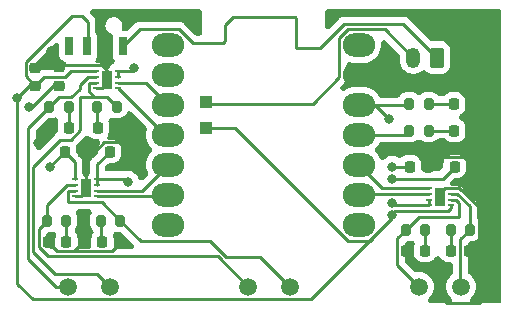
<source format=gbr>
%TF.GenerationSoftware,KiCad,Pcbnew,(7.0.0)*%
%TF.CreationDate,2023-02-21T16:48:07-06:00*%
%TF.ProjectId,stick-and-slip_v1,73746963-6b2d-4616-9e64-2d736c69705f,rev?*%
%TF.SameCoordinates,Original*%
%TF.FileFunction,Copper,L1,Top*%
%TF.FilePolarity,Positive*%
%FSLAX46Y46*%
G04 Gerber Fmt 4.6, Leading zero omitted, Abs format (unit mm)*
G04 Created by KiCad (PCBNEW (7.0.0)) date 2023-02-21 16:48:07*
%MOMM*%
%LPD*%
G01*
G04 APERTURE LIST*
G04 Aperture macros list*
%AMRoundRect*
0 Rectangle with rounded corners*
0 $1 Rounding radius*
0 $2 $3 $4 $5 $6 $7 $8 $9 X,Y pos of 4 corners*
0 Add a 4 corners polygon primitive as box body*
4,1,4,$2,$3,$4,$5,$6,$7,$8,$9,$2,$3,0*
0 Add four circle primitives for the rounded corners*
1,1,$1+$1,$2,$3*
1,1,$1+$1,$4,$5*
1,1,$1+$1,$6,$7*
1,1,$1+$1,$8,$9*
0 Add four rect primitives between the rounded corners*
20,1,$1+$1,$2,$3,$4,$5,0*
20,1,$1+$1,$4,$5,$6,$7,0*
20,1,$1+$1,$6,$7,$8,$9,0*
20,1,$1+$1,$8,$9,$2,$3,0*%
G04 Aperture macros list end*
%TA.AperFunction,SMDPad,CuDef*%
%ADD10R,1.000000X1.000000*%
%TD*%
%TA.AperFunction,SMDPad,CuDef*%
%ADD11RoundRect,1.000000X-0.375000X0.000000X0.375000X0.000000X0.375000X0.000000X-0.375000X0.000000X0*%
%TD*%
%TA.AperFunction,SMDPad,CuDef*%
%ADD12C,1.500000*%
%TD*%
%TA.AperFunction,SMDPad,CuDef*%
%ADD13R,0.700000X1.500000*%
%TD*%
%TA.AperFunction,SMDPad,CuDef*%
%ADD14RoundRect,0.218750X0.218750X0.256250X-0.218750X0.256250X-0.218750X-0.256250X0.218750X-0.256250X0*%
%TD*%
%TA.AperFunction,SMDPad,CuDef*%
%ADD15R,0.500000X0.250000*%
%TD*%
%TA.AperFunction,SMDPad,CuDef*%
%ADD16R,0.900000X1.600000*%
%TD*%
%TA.AperFunction,SMDPad,CuDef*%
%ADD17RoundRect,0.200000X-0.200000X-0.275000X0.200000X-0.275000X0.200000X0.275000X-0.200000X0.275000X0*%
%TD*%
%TA.AperFunction,SMDPad,CuDef*%
%ADD18RoundRect,0.200000X0.200000X0.275000X-0.200000X0.275000X-0.200000X-0.275000X0.200000X-0.275000X0*%
%TD*%
%TA.AperFunction,ComponentPad*%
%ADD19O,1.200000X1.750000*%
%TD*%
%TA.AperFunction,ComponentPad*%
%ADD20RoundRect,0.250000X0.350000X0.625000X-0.350000X0.625000X-0.350000X-0.625000X0.350000X-0.625000X0*%
%TD*%
%TA.AperFunction,SMDPad,CuDef*%
%ADD21RoundRect,0.218750X-0.218750X-0.256250X0.218750X-0.256250X0.218750X0.256250X-0.218750X0.256250X0*%
%TD*%
%TA.AperFunction,SMDPad,CuDef*%
%ADD22RoundRect,0.225000X0.250000X-0.225000X0.250000X0.225000X-0.250000X0.225000X-0.250000X-0.225000X0*%
%TD*%
%TA.AperFunction,SMDPad,CuDef*%
%ADD23RoundRect,0.225000X-0.225000X-0.250000X0.225000X-0.250000X0.225000X0.250000X-0.225000X0.250000X0*%
%TD*%
%TA.AperFunction,ViaPad*%
%ADD24C,0.800000*%
%TD*%
%TA.AperFunction,Conductor*%
%ADD25C,0.250000*%
%TD*%
G04 APERTURE END LIST*
D10*
%TO.P,J4,1,Pin_1*%
%TO.N,-BATT*%
X49529999Y-56514999D03*
%TD*%
%TO.P,J3,1,Pin_1*%
%TO.N,+BATT*%
X49529999Y-58673999D03*
%TD*%
D11*
%TO.P,U1,7,PB08_A6_D6_TX*%
%TO.N,unconnected-(U1-PB08_A6_D6_TX-Pad7)*%
X46321000Y-66913250D03*
%TO.P,U1,6,PA9_A5_D5_SCL*%
%TO.N,/motor-driver-2b*%
X46321000Y-64373250D03*
%TO.P,U1,5,PA8_A4_D4_SDA*%
%TO.N,/motor-driver-2a*%
X46321000Y-61833250D03*
%TO.P,U1,4,PA11_A3_D3*%
%TO.N,/motor-driver-3b*%
X46321000Y-59293250D03*
%TO.P,U1,3,PA10_A2_D2*%
%TO.N,/motor-driver-3a*%
X46321000Y-56753250D03*
%TO.P,U1,2,PA4_A1_D1*%
%TO.N,unconnected-(U1-PA4_A1_D1-Pad2)*%
X46321000Y-54213250D03*
%TO.P,U1,1,PA02_A0_D0*%
%TO.N,unconnected-(U1-PA02_A0_D0-Pad1)*%
X46321000Y-51673250D03*
%TO.P,U1,8,PB09_A7_D7_RX*%
%TO.N,unconnected-(U1-PB09_A7_D7_RX-Pad8)*%
X62486000Y-66913250D03*
%TO.P,U1,9,PA7_A8_D8_SCK*%
%TO.N,/motor-driver-1b*%
X62486000Y-64373250D03*
%TO.P,U1,10,PA5_A9_D9_MISO*%
%TO.N,/motor-driver-1a*%
X62486000Y-61833250D03*
%TO.P,U1,11,PA6_A10_D10_MOSI*%
%TO.N,/BLE-indicator-pin*%
X62486000Y-59293250D03*
%TO.P,U1,12,3V3*%
%TO.N,+3.3V*%
X62486000Y-56753250D03*
%TO.P,U1,13,GND*%
%TO.N,GND*%
X62486000Y-54213250D03*
%TO.P,U1,14,5V*%
%TO.N,unconnected-(U1-5V-Pad14)*%
X62486000Y-51673250D03*
%TD*%
D12*
%TO.P,J1,1,Pin_1*%
%TO.N,/motor-1-green-indicator-led*%
X67570000Y-72136000D03*
%TD*%
D13*
%TO.P,S1,3,3*%
%TO.N,unconnected-(S1-Pad3)*%
X37968999Y-51787999D03*
%TO.P,S1,2,2*%
%TO.N,+BATT*%
X39468999Y-51787999D03*
%TO.P,S1,1,1*%
%TO.N,Net-(J9-Pin_1)*%
X42468999Y-51787999D03*
%TD*%
D14*
%TO.P,D8,1,K*%
%TO.N,GND*%
X41961000Y-58674000D03*
%TO.P,D8,2,A*%
%TO.N,Net-(D8-A)*%
X40386000Y-58674000D03*
%TD*%
D15*
%TO.P,U4,1,VM*%
%TO.N,+BATT*%
X40197999Y-53859999D03*
%TO.P,U4,2,OUT1*%
%TO.N,/motor-3-green-indicator-led*%
X40197999Y-54359999D03*
%TO.P,U4,3,OUT2*%
%TO.N,/motor-3-red-indicator-led*%
X40197999Y-54859999D03*
%TO.P,U4,4,GND*%
%TO.N,GND*%
X40197999Y-55359999D03*
%TO.P,U4,5,IN2*%
%TO.N,/motor-driver-3b*%
X42097999Y-55359999D03*
%TO.P,U4,6,IN1*%
%TO.N,/motor-driver-3a*%
X42097999Y-54859999D03*
%TO.P,U4,7,~{SLEEP}*%
%TO.N,+3.3V*%
X42097999Y-54359999D03*
%TO.P,U4,8,VCC*%
X42097999Y-53859999D03*
D16*
%TO.P,U4,9,GND*%
%TO.N,GND*%
X41147999Y-54609999D03*
%TD*%
D15*
%TO.P,U3,1,VM*%
%TO.N,+BATT*%
X38419999Y-63003999D03*
%TO.P,U3,2,OUT1*%
%TO.N,/motor-2-green-indicator-led*%
X38419999Y-63503999D03*
%TO.P,U3,3,OUT2*%
%TO.N,/motor-2-red-indicator-led*%
X38419999Y-64003999D03*
%TO.P,U3,4,GND*%
%TO.N,GND*%
X38419999Y-64503999D03*
%TO.P,U3,5,IN2*%
%TO.N,/motor-driver-2b*%
X40319999Y-64503999D03*
%TO.P,U3,6,IN1*%
%TO.N,/motor-driver-2a*%
X40319999Y-64003999D03*
%TO.P,U3,7,~{SLEEP}*%
%TO.N,+3.3V*%
X40319999Y-63503999D03*
%TO.P,U3,8,VCC*%
X40319999Y-63003999D03*
D16*
%TO.P,U3,9,GND*%
%TO.N,GND*%
X39369999Y-63753999D03*
%TD*%
D15*
%TO.P,U2,1,VM*%
%TO.N,+BATT*%
X70291999Y-65265999D03*
%TO.P,U2,2,OUT1*%
%TO.N,/motor-1-green-indicator-led*%
X70291999Y-64765999D03*
%TO.P,U2,3,OUT2*%
%TO.N,/motor-1-red-indicator-led*%
X70291999Y-64265999D03*
%TO.P,U2,4,GND*%
%TO.N,GND*%
X70291999Y-63765999D03*
%TO.P,U2,5,IN2*%
%TO.N,/motor-driver-1a*%
X68391999Y-63765999D03*
%TO.P,U2,6,IN1*%
%TO.N,/motor-driver-1b*%
X68391999Y-64265999D03*
%TO.P,U2,7,~{SLEEP}*%
%TO.N,+3.3V*%
X68391999Y-64765999D03*
%TO.P,U2,8,VCC*%
X68391999Y-65265999D03*
D16*
%TO.P,U2,9,GND*%
%TO.N,GND*%
X69341999Y-64515999D03*
%TD*%
D17*
%TO.P,R8,1*%
%TO.N,Net-(D8-A)*%
X40311000Y-56896000D03*
%TO.P,R8,2*%
%TO.N,/motor-3-red-indicator-led*%
X41961000Y-56896000D03*
%TD*%
D18*
%TO.P,R7,1*%
%TO.N,Net-(D7-A)*%
X37897000Y-56896000D03*
%TO.P,R7,2*%
%TO.N,/motor-3-green-indicator-led*%
X36247000Y-56896000D03*
%TD*%
D17*
%TO.P,R6,2*%
%TO.N,/motor-2-red-indicator-led*%
X42290000Y-66548000D03*
%TO.P,R6,1*%
%TO.N,Net-(D6-A)*%
X40640000Y-66548000D03*
%TD*%
D18*
%TO.P,R5,1*%
%TO.N,Net-(D5-A)*%
X37718000Y-66548000D03*
%TO.P,R5,2*%
%TO.N,/motor-2-green-indicator-led*%
X36068000Y-66548000D03*
%TD*%
D17*
%TO.P,R4,2*%
%TO.N,/motor-1-red-indicator-led*%
X71882000Y-67310000D03*
%TO.P,R4,1*%
%TO.N,Net-(D4-A)*%
X70232000Y-67310000D03*
%TD*%
D18*
%TO.P,R3,1*%
%TO.N,Net-(D3-A)*%
X68072000Y-67310000D03*
%TO.P,R3,2*%
%TO.N,/motor-1-green-indicator-led*%
X66422000Y-67310000D03*
%TD*%
%TO.P,R2,2*%
%TO.N,/BLE-indicator-pin*%
X66727000Y-58928000D03*
%TO.P,R2,1*%
%TO.N,Net-(D2-A)*%
X68377000Y-58928000D03*
%TD*%
%TO.P,R1,1*%
%TO.N,Net-(D1-A)*%
X68377000Y-56642000D03*
%TO.P,R1,2*%
%TO.N,+3.3V*%
X66727000Y-56642000D03*
%TD*%
D19*
%TO.P,J9,2,Pin_2*%
%TO.N,-BATT*%
X67071999Y-52741999D03*
D20*
%TO.P,J9,1,Pin_1*%
%TO.N,Net-(J9-Pin_1)*%
X69072000Y-52742000D03*
%TD*%
D12*
%TO.P,J8,1,Pin_1*%
%TO.N,/motor-3-red-indicator-led*%
X41402000Y-72136000D03*
%TD*%
%TO.P,J7,1,Pin_1*%
%TO.N,/motor-3-green-indicator-led*%
X37852000Y-72136000D03*
%TD*%
%TO.P,J6,1,Pin_1*%
%TO.N,/motor-2-red-indicator-led*%
X56642000Y-72136000D03*
%TD*%
%TO.P,J5,1,Pin_1*%
%TO.N,/motor-2-green-indicator-led*%
X53092000Y-72136000D03*
%TD*%
%TO.P,J2,1,Pin_1*%
%TO.N,/motor-1-red-indicator-led*%
X71120000Y-72136000D03*
%TD*%
D21*
%TO.P,D7,2,A*%
%TO.N,Net-(D7-A)*%
X37897000Y-58674000D03*
%TO.P,D7,1,K*%
%TO.N,GND*%
X36322000Y-58674000D03*
%TD*%
D14*
%TO.P,D6,1,K*%
%TO.N,GND*%
X42341000Y-68326000D03*
%TO.P,D6,2,A*%
%TO.N,Net-(D6-A)*%
X40766000Y-68326000D03*
%TD*%
D21*
%TO.P,D5,1,K*%
%TO.N,GND*%
X36143000Y-68326000D03*
%TO.P,D5,2,A*%
%TO.N,Net-(D5-A)*%
X37718000Y-68326000D03*
%TD*%
D14*
%TO.P,D4,1,K*%
%TO.N,GND*%
X71831000Y-69088000D03*
%TO.P,D4,2,A*%
%TO.N,Net-(D4-A)*%
X70256000Y-69088000D03*
%TD*%
D21*
%TO.P,D3,2,A*%
%TO.N,Net-(D3-A)*%
X68072000Y-69088000D03*
%TO.P,D3,1,K*%
%TO.N,GND*%
X66497000Y-69088000D03*
%TD*%
D14*
%TO.P,D2,1,K*%
%TO.N,GND*%
X72136000Y-58928000D03*
%TO.P,D2,2,A*%
%TO.N,Net-(D2-A)*%
X70561000Y-58928000D03*
%TD*%
%TO.P,D1,2,A*%
%TO.N,Net-(D1-A)*%
X70561000Y-56642000D03*
%TO.P,D1,1,K*%
%TO.N,GND*%
X72136000Y-56642000D03*
%TD*%
D22*
%TO.P,C6,1*%
%TO.N,+BATT*%
X35052000Y-55144000D03*
%TO.P,C6,2*%
%TO.N,GND*%
X35052000Y-53594000D03*
%TD*%
%TO.P,C5,1*%
%TO.N,+3.3V*%
X37084000Y-55131000D03*
%TO.P,C5,2*%
%TO.N,GND*%
X37084000Y-53581000D03*
%TD*%
D23*
%TO.P,C4,2*%
%TO.N,GND*%
X39116000Y-60706000D03*
%TO.P,C4,1*%
%TO.N,+BATT*%
X37566000Y-60706000D03*
%TD*%
%TO.P,C3,2*%
%TO.N,GND*%
X42926000Y-60706000D03*
%TO.P,C3,1*%
%TO.N,+3.3V*%
X41376000Y-60706000D03*
%TD*%
%TO.P,C2,2*%
%TO.N,GND*%
X68326000Y-61976000D03*
%TO.P,C2,1*%
%TO.N,+BATT*%
X66776000Y-61976000D03*
%TD*%
%TO.P,C1,2*%
%TO.N,GND*%
X72136000Y-61976000D03*
%TO.P,C1,1*%
%TO.N,+3.3V*%
X70586000Y-61976000D03*
%TD*%
D24*
%TO.N,GND*%
X36449000Y-52197000D03*
X65024000Y-55753000D03*
%TO.N,+3.3V*%
X43434000Y-53594000D03*
X42926000Y-63246000D03*
%TO.N,+BATT*%
X33528000Y-56134000D03*
X36322000Y-61976000D03*
%TO.N,+3.3V*%
X65024000Y-57912000D03*
%TO.N,+BATT*%
X65278000Y-61976000D03*
%TO.N,+3.3V*%
X65278000Y-62992000D03*
X65278000Y-65024000D03*
%TO.N,+BATT*%
X65278000Y-66040000D03*
%TO.N,+3.3V*%
X34544000Y-56896000D03*
%TO.N,GND*%
X35306000Y-59944000D03*
X39116000Y-68326000D03*
X43688000Y-62230000D03*
%TD*%
D25*
%TO.N,GND*%
X69723000Y-73279000D02*
X69977000Y-73533000D01*
X69723000Y-72314000D02*
X69723000Y-73279000D01*
X69977000Y-73533000D02*
X72644000Y-73533000D01*
X69723000Y-72314000D02*
X66497000Y-69088000D01*
X73279000Y-72898000D02*
X72644000Y-73533000D01*
X73279000Y-70536000D02*
X73279000Y-72898000D01*
X71831000Y-69088000D02*
X73279000Y-70536000D01*
X66551720Y-69088000D02*
X66497000Y-69088000D01*
X66497000Y-69088000D02*
X66497000Y-69418000D01*
%TO.N,+BATT*%
X33528000Y-71882000D02*
X33528000Y-56134000D01*
X34857000Y-73211000D02*
X33528000Y-71882000D01*
X58437083Y-73211000D02*
X34857000Y-73211000D01*
X65278000Y-66370083D02*
X58437083Y-73211000D01*
X65278000Y-66040000D02*
X65278000Y-66370083D01*
X63409833Y-68238250D02*
X65278000Y-66370083D01*
X61562167Y-68238250D02*
X63409833Y-68238250D01*
X51997917Y-58674000D02*
X61562167Y-68238250D01*
X49530000Y-58674000D02*
X51997917Y-58674000D01*
%TO.N,GND*%
X36449000Y-52946000D02*
X37084000Y-53581000D01*
X36449000Y-52197000D02*
X36449000Y-52946000D01*
X63484250Y-54213250D02*
X65024000Y-55753000D01*
%TO.N,Net-(J9-Pin_1)*%
X43908750Y-50348250D02*
X42469000Y-51788000D01*
X47244833Y-50348250D02*
X43908750Y-50348250D01*
X48399833Y-51503250D02*
X47244833Y-50348250D01*
X50998778Y-51503250D02*
X48399833Y-51503250D01*
X51181000Y-51321028D02*
X50998778Y-51503250D01*
X51181000Y-49951472D02*
X51181000Y-51321028D01*
X51784222Y-49348250D02*
X51181000Y-49951472D01*
X57094778Y-49348250D02*
X51784222Y-49348250D01*
X57168000Y-49421472D02*
X57094778Y-49348250D01*
X57168000Y-51943000D02*
X57168000Y-49421472D01*
X59195028Y-51943000D02*
X57168000Y-51943000D01*
X61239778Y-49898250D02*
X59195028Y-51943000D01*
X66228250Y-49898250D02*
X61239778Y-49898250D01*
X69072000Y-52742000D02*
X66228250Y-49898250D01*
%TO.N,-BATT*%
X61562167Y-50348250D02*
X60786000Y-51124417D01*
X64678250Y-50348250D02*
X61562167Y-50348250D01*
X60786000Y-54416028D02*
X58560028Y-56642000D01*
X67072000Y-52742000D02*
X64678250Y-50348250D01*
X60786000Y-51124417D02*
X60786000Y-54416028D01*
X58560028Y-56642000D02*
X49657000Y-56642000D01*
%TO.N,/motor-1-red-indicator-led*%
X71068500Y-72084500D02*
X71068500Y-68123500D01*
X71068500Y-68123500D02*
X71882000Y-67310000D01*
%TO.N,/motor-1-green-indicator-led*%
X65734500Y-70300500D02*
X65734500Y-67997500D01*
X67570000Y-72136000D02*
X65734500Y-70300500D01*
X65734500Y-67997500D02*
X66422000Y-67310000D01*
%TO.N,+3.3V*%
X43168000Y-53860000D02*
X43434000Y-53594000D01*
X42098000Y-53860000D02*
X43168000Y-53860000D01*
%TO.N,GND*%
X43688000Y-62230000D02*
X43688000Y-61468000D01*
X43688000Y-61468000D02*
X42926000Y-60706000D01*
%TO.N,+3.3V*%
X42684000Y-63004000D02*
X40320000Y-63004000D01*
X42926000Y-63246000D02*
X42684000Y-63004000D01*
%TO.N,+BATT*%
X33528000Y-56134000D02*
X34518000Y-55144000D01*
X35052000Y-55144000D02*
X34518000Y-55144000D01*
X36296000Y-61976000D02*
X36322000Y-61950000D01*
X36322000Y-61976000D02*
X36296000Y-61976000D01*
X36322000Y-61950000D02*
X36322000Y-61976000D01*
X37566000Y-60706000D02*
X36322000Y-61950000D01*
%TO.N,+3.3V*%
X63865250Y-56753250D02*
X62486000Y-56753250D01*
X65024000Y-57912000D02*
X63865250Y-56753250D01*
X69570000Y-62992000D02*
X70586000Y-61976000D01*
X65278000Y-62992000D02*
X69570000Y-62992000D01*
%TO.N,+BATT*%
X66776000Y-61976000D02*
X65278000Y-61976000D01*
%TO.N,+3.3V*%
X65520000Y-65266000D02*
X65278000Y-65024000D01*
X68392000Y-65266000D02*
X65520000Y-65266000D01*
%TO.N,+BATT*%
X65565538Y-65752462D02*
X65278000Y-66040000D01*
X70005538Y-65752462D02*
X65565538Y-65752462D01*
X70292000Y-65466000D02*
X70005538Y-65752462D01*
X70292000Y-65266000D02*
X70292000Y-65466000D01*
%TO.N,+3.3V*%
X34798000Y-56896000D02*
X34544000Y-56896000D01*
X36563000Y-55131000D02*
X34798000Y-56896000D01*
X37084000Y-55131000D02*
X36563000Y-55131000D01*
%TO.N,+BATT*%
X38180183Y-49213000D02*
X39060726Y-49213000D01*
X34252000Y-53141183D02*
X38180183Y-49213000D01*
X34252000Y-54344000D02*
X34252000Y-53141183D01*
X39060726Y-49213000D02*
X39544000Y-49696274D01*
X35052000Y-55144000D02*
X34252000Y-54344000D01*
X39544000Y-49696274D02*
X39544000Y-51713000D01*
X35840000Y-54356000D02*
X35052000Y-55144000D01*
X37561817Y-54356000D02*
X35840000Y-54356000D01*
X38057817Y-53860000D02*
X37561817Y-54356000D01*
X40198000Y-53860000D02*
X38057817Y-53860000D01*
%TO.N,GND*%
X41148000Y-53848000D02*
X41148000Y-54610000D01*
X37255000Y-53410000D02*
X40710000Y-53410000D01*
X40710000Y-53410000D02*
X41148000Y-53848000D01*
X35052000Y-53594000D02*
X37071000Y-53594000D01*
X36322000Y-58928000D02*
X35306000Y-59944000D01*
X38316000Y-69126000D02*
X36943000Y-69126000D01*
X39116000Y-68326000D02*
X38316000Y-69126000D01*
%TO.N,/motor-3-red-indicator-led*%
X40327000Y-71061000D02*
X41402000Y-72136000D01*
X36771000Y-71061000D02*
X40327000Y-71061000D01*
X34923000Y-69213000D02*
X36771000Y-71061000D01*
X34923000Y-61976000D02*
X34923000Y-69213000D01*
X37209000Y-59690000D02*
X34923000Y-61976000D01*
X38124979Y-59690000D02*
X37209000Y-59690000D01*
X38900000Y-58914979D02*
X38124979Y-59690000D01*
X38900000Y-56096000D02*
X38900000Y-58914979D01*
X41161000Y-56096000D02*
X38900000Y-56096000D01*
X41961000Y-56896000D02*
X41161000Y-56096000D01*
%TO.N,Net-(D8-A)*%
X40311000Y-56896000D02*
X40311000Y-58599000D01*
%TO.N,GND*%
X41961000Y-59741000D02*
X42126000Y-59906000D01*
X41961000Y-58674000D02*
X41961000Y-59741000D01*
X42126000Y-59906000D02*
X42926000Y-60706000D01*
X40923183Y-59906000D02*
X42126000Y-59906000D01*
X40123183Y-60706000D02*
X40923183Y-59906000D01*
X39116000Y-60706000D02*
X40123183Y-60706000D01*
%TO.N,+3.3V*%
X40320000Y-61762000D02*
X41376000Y-60706000D01*
X40320000Y-63004000D02*
X40320000Y-61762000D01*
%TO.N,GND*%
X39370000Y-63754000D02*
X39370000Y-60960000D01*
%TO.N,+BATT*%
X38420000Y-61560000D02*
X37566000Y-60706000D01*
X38420000Y-63004000D02*
X38420000Y-61560000D01*
%TO.N,/motor-3-green-indicator-led*%
X34473000Y-58670000D02*
X36247000Y-56896000D01*
X36791340Y-72136000D02*
X34473000Y-69817660D01*
X37852000Y-72136000D02*
X36791340Y-72136000D01*
X34473000Y-69817660D02*
X34473000Y-58670000D01*
%TO.N,/motor-2-red-indicator-led*%
X38420000Y-64004000D02*
X37895000Y-64004000D01*
X37845000Y-64054000D02*
X37845000Y-64954000D01*
X37895000Y-64004000D02*
X37845000Y-64054000D01*
X37845000Y-64954000D02*
X40696000Y-64954000D01*
X40696000Y-64954000D02*
X42290000Y-66548000D01*
%TO.N,GND*%
X38945000Y-64504000D02*
X38420000Y-64504000D01*
%TO.N,+3.3V*%
X42098000Y-53860000D02*
X42098000Y-54360000D01*
%TO.N,/motor-3-green-indicator-led*%
X38862000Y-55372000D02*
X38138000Y-56096000D01*
X38862000Y-55034604D02*
X38862000Y-55372000D01*
X39536604Y-54360000D02*
X38862000Y-55034604D01*
X38138000Y-56096000D02*
X37047000Y-56096000D01*
X40198000Y-54360000D02*
X39536604Y-54360000D01*
X37047000Y-56096000D02*
X36247000Y-56896000D01*
%TO.N,/motor-3-red-indicator-led*%
X40094000Y-56096000D02*
X41161000Y-56096000D01*
X39623000Y-55625000D02*
X40094000Y-56096000D01*
X39673000Y-54860000D02*
X39623000Y-54910000D01*
X40198000Y-54860000D02*
X39673000Y-54860000D01*
X39623000Y-54910000D02*
X39623000Y-55625000D01*
%TO.N,GND*%
X40198000Y-55360000D02*
X40723000Y-55360000D01*
X40723000Y-55360000D02*
X41148000Y-54935000D01*
%TO.N,/motor-driver-3a*%
X44427750Y-54860000D02*
X42098000Y-54860000D01*
X46321000Y-56753250D02*
X44427750Y-54860000D01*
%TO.N,/motor-driver-3b*%
X42098000Y-55360000D02*
X46031250Y-59293250D01*
%TO.N,Net-(D7-A)*%
X37897000Y-56896000D02*
X37897000Y-58674000D01*
%TO.N,+3.3V*%
X40320000Y-63504000D02*
X40320000Y-63004000D01*
%TO.N,/motor-driver-2a*%
X44150250Y-64004000D02*
X46321000Y-61833250D01*
X40320000Y-64004000D02*
X44150250Y-64004000D01*
%TO.N,/motor-driver-2b*%
X40320000Y-64504000D02*
X46190250Y-64504000D01*
%TO.N,/motor-2-green-indicator-led*%
X36068000Y-65194604D02*
X36068000Y-66548000D01*
X38420000Y-63504000D02*
X37758604Y-63504000D01*
X37758604Y-63504000D02*
X36068000Y-65194604D01*
%TO.N,/motor-2-red-indicator-led*%
X51188396Y-69596000D02*
X49841896Y-68249500D01*
X56642000Y-72136000D02*
X54102000Y-69596000D01*
X54102000Y-69596000D02*
X51188396Y-69596000D01*
X49841896Y-68249500D02*
X43991500Y-68249500D01*
X43991500Y-68249500D02*
X42290000Y-66548000D01*
%TO.N,/motor-2-green-indicator-led*%
X35380500Y-67235500D02*
X36068000Y-66548000D01*
X35380500Y-68807479D02*
X35380500Y-67235500D01*
X36149021Y-69576000D02*
X35380500Y-68807479D01*
X50532000Y-69576000D02*
X36149021Y-69576000D01*
X53092000Y-72136000D02*
X50532000Y-69576000D01*
%TO.N,GND*%
X39370000Y-64079000D02*
X38945000Y-64504000D01*
X41541000Y-69126000D02*
X36943000Y-69126000D01*
X42341000Y-68326000D02*
X41541000Y-69126000D01*
X36943000Y-69126000D02*
X36143000Y-68326000D01*
%TO.N,Net-(D6-A)*%
X40640000Y-66548000D02*
X40640000Y-68200000D01*
%TO.N,Net-(D5-A)*%
X37718000Y-66548000D02*
X37718000Y-68326000D01*
%TO.N,GND*%
X72136000Y-60376000D02*
X71336000Y-61176000D01*
X72136000Y-58928000D02*
X72136000Y-60376000D01*
X72136000Y-56642000D02*
X69707250Y-54213250D01*
X69707250Y-54213250D02*
X62486000Y-54213250D01*
X72136000Y-56642000D02*
X72136000Y-58928000D01*
%TO.N,Net-(D1-A)*%
X68377000Y-56642000D02*
X70561000Y-56642000D01*
%TO.N,Net-(D2-A)*%
X68377000Y-58928000D02*
X70561000Y-58928000D01*
%TO.N,/BLE-indicator-pin*%
X66361750Y-59293250D02*
X66727000Y-58928000D01*
X62486000Y-59293250D02*
X66361750Y-59293250D01*
%TO.N,+3.3V*%
X62486000Y-56753250D02*
X66615750Y-56753250D01*
%TO.N,/motor-driver-1a*%
X64418750Y-63766000D02*
X62486000Y-61833250D01*
X68392000Y-63766000D02*
X64418750Y-63766000D01*
%TO.N,/motor-driver-1b*%
X68392000Y-64266000D02*
X62593250Y-64266000D01*
%TO.N,GND*%
X69126000Y-61176000D02*
X71336000Y-61176000D01*
X71336000Y-61176000D02*
X72136000Y-61976000D01*
X68326000Y-61976000D02*
X69126000Y-61176000D01*
X70953396Y-63158604D02*
X70953396Y-63766000D01*
X72136000Y-61976000D02*
X70953396Y-63158604D01*
%TO.N,+3.3V*%
X68392000Y-65266000D02*
X68392000Y-64766000D01*
%TO.N,GND*%
X72607000Y-68312000D02*
X71831000Y-69088000D01*
X70953396Y-63766000D02*
X72607000Y-65419604D01*
X72607000Y-65419604D02*
X72607000Y-68312000D01*
X70292000Y-63766000D02*
X70953396Y-63766000D01*
X70292000Y-63766000D02*
X69767000Y-63766000D01*
X69767000Y-63766000D02*
X69342000Y-64191000D01*
%TO.N,/motor-1-green-indicator-led*%
X70957000Y-66202462D02*
X67529538Y-66202462D01*
X70957000Y-65042396D02*
X70957000Y-66202462D01*
X70680604Y-64766000D02*
X70957000Y-65042396D01*
X67529538Y-66202462D02*
X66422000Y-67310000D01*
X70292000Y-64766000D02*
X70680604Y-64766000D01*
%TO.N,Net-(D3-A)*%
X68072000Y-67310000D02*
X68072000Y-69088000D01*
%TO.N,Net-(D4-A)*%
X70256000Y-69088000D02*
X70256000Y-67334000D01*
%TO.N,/motor-1-red-indicator-led*%
X71882000Y-67310000D02*
X71882000Y-65331000D01*
X71882000Y-65331000D02*
X70817000Y-64266000D01*
X70817000Y-64266000D02*
X70292000Y-64266000D01*
%TD*%
%TA.AperFunction,Conductor*%
%TO.N,GND*%
G36*
X74395288Y-48659954D02*
G01*
X74476070Y-48713930D01*
X74530046Y-48794712D01*
X74549000Y-48890000D01*
X74549000Y-73284000D01*
X74530046Y-73379288D01*
X74476070Y-73460070D01*
X74395288Y-73514046D01*
X74300000Y-73533000D01*
X72090634Y-73533000D01*
X72005471Y-73517984D01*
X71930580Y-73474745D01*
X71874994Y-73408501D01*
X71845417Y-73327240D01*
X71845417Y-73240763D01*
X71874993Y-73159501D01*
X71926908Y-73097629D01*
X71926877Y-73097598D01*
X71926877Y-73097597D01*
X72081598Y-72942877D01*
X72207102Y-72763639D01*
X72299575Y-72565330D01*
X72356207Y-72353977D01*
X72375277Y-72136000D01*
X72356207Y-71918023D01*
X72299575Y-71706670D01*
X72207102Y-71508362D01*
X72081598Y-71329123D01*
X71926877Y-71174402D01*
X71800178Y-71085686D01*
X71743271Y-71030410D01*
X71706639Y-70960040D01*
X71694000Y-70881718D01*
X71694000Y-68534500D01*
X71712954Y-68439212D01*
X71766930Y-68358430D01*
X71847712Y-68304454D01*
X71943000Y-68285500D01*
X72132980Y-68285500D01*
X72138616Y-68285500D01*
X72209196Y-68279086D01*
X72371606Y-68228478D01*
X72517185Y-68140472D01*
X72637472Y-68020185D01*
X72725478Y-67874606D01*
X72776086Y-67712196D01*
X72782500Y-67641616D01*
X72782500Y-66978384D01*
X72776086Y-66907804D01*
X72725478Y-66745394D01*
X72637472Y-66599815D01*
X72580430Y-66542773D01*
X72526454Y-66461991D01*
X72507500Y-66366703D01*
X72507500Y-65404187D01*
X72507747Y-65398942D01*
X72509672Y-65390332D01*
X72507622Y-65325117D01*
X72507500Y-65317298D01*
X72507500Y-65299471D01*
X72507500Y-65291650D01*
X72506519Y-65283887D01*
X72506381Y-65281689D01*
X72506013Y-65273904D01*
X72504709Y-65232372D01*
X72500335Y-65217321D01*
X72498905Y-65208287D01*
X72496902Y-65198614D01*
X72494627Y-65189756D01*
X72492664Y-65174208D01*
X72478752Y-65139072D01*
X72471155Y-65116881D01*
X72464989Y-65095657D01*
X72464987Y-65095654D01*
X72460617Y-65080610D01*
X72452638Y-65067119D01*
X72449014Y-65058744D01*
X72444644Y-65049823D01*
X72440254Y-65041838D01*
X72434486Y-65027268D01*
X72413573Y-64998483D01*
X72412281Y-64996704D01*
X72399400Y-64977095D01*
X72388147Y-64958067D01*
X72388145Y-64958065D01*
X72380170Y-64944579D01*
X72369092Y-64933501D01*
X72363509Y-64926303D01*
X72357061Y-64918753D01*
X72350805Y-64912091D01*
X72341594Y-64899413D01*
X72312486Y-64875333D01*
X72295144Y-64859553D01*
X71311042Y-63875451D01*
X71307514Y-63871573D01*
X71302786Y-63864123D01*
X71255236Y-63819470D01*
X71249619Y-63814028D01*
X71236997Y-63801406D01*
X71231471Y-63795880D01*
X71225295Y-63791089D01*
X71223629Y-63789620D01*
X71217850Y-63784361D01*
X71199000Y-63766660D01*
X71198999Y-63766659D01*
X71187582Y-63755938D01*
X71173858Y-63748393D01*
X71166508Y-63743053D01*
X71158146Y-63737560D01*
X71150312Y-63732926D01*
X71137936Y-63723327D01*
X71123562Y-63717106D01*
X71123556Y-63717103D01*
X71103253Y-63708317D01*
X71082197Y-63698002D01*
X71062818Y-63687349D01*
X71062819Y-63687349D01*
X71049092Y-63679803D01*
X71033924Y-63675908D01*
X71025447Y-63672552D01*
X71016017Y-63669324D01*
X71007271Y-63666782D01*
X70992896Y-63660562D01*
X70977430Y-63658112D01*
X70977419Y-63658109D01*
X70955572Y-63654649D01*
X70932613Y-63649895D01*
X70911192Y-63644395D01*
X70911187Y-63644394D01*
X70896019Y-63640500D01*
X70880358Y-63640500D01*
X70871310Y-63639357D01*
X70861373Y-63638575D01*
X70852267Y-63638289D01*
X70836804Y-63635840D01*
X70799195Y-63639395D01*
X70775764Y-63640500D01*
X70407229Y-63640500D01*
X70311941Y-63621546D01*
X70231159Y-63567570D01*
X70177183Y-63486788D01*
X70158229Y-63391500D01*
X70177183Y-63296212D01*
X70231159Y-63215430D01*
X70422160Y-63024429D01*
X70502942Y-62970453D01*
X70598230Y-62951499D01*
X70852997Y-62951499D01*
X70859344Y-62951499D01*
X70958708Y-62941349D01*
X71119697Y-62888003D01*
X71264044Y-62798968D01*
X71383968Y-62679044D01*
X71473003Y-62534697D01*
X71526349Y-62373708D01*
X71536500Y-62274345D01*
X71536499Y-61677656D01*
X71526349Y-61578292D01*
X71473003Y-61417303D01*
X71402569Y-61303112D01*
X71391579Y-61285295D01*
X71391578Y-61285294D01*
X71383968Y-61272956D01*
X71264044Y-61153032D01*
X71251707Y-61145422D01*
X71251704Y-61145420D01*
X71132041Y-61071611D01*
X71119697Y-61063997D01*
X71105931Y-61059435D01*
X71105926Y-61059433D01*
X70971615Y-61014928D01*
X70958708Y-61010651D01*
X70945183Y-61009269D01*
X70945182Y-61009269D01*
X70865654Y-61001144D01*
X70865643Y-61001143D01*
X70859345Y-61000500D01*
X70852999Y-61000500D01*
X70319003Y-61000500D01*
X70318983Y-61000500D01*
X70312656Y-61000501D01*
X70306361Y-61001144D01*
X70306342Y-61001145D01*
X70226814Y-61009269D01*
X70226807Y-61009270D01*
X70213292Y-61010651D01*
X70200391Y-61014925D01*
X70200386Y-61014927D01*
X70066073Y-61059433D01*
X70066064Y-61059436D01*
X70052303Y-61063997D01*
X70039961Y-61071609D01*
X70039958Y-61071611D01*
X69920295Y-61145420D01*
X69920288Y-61145425D01*
X69907956Y-61153032D01*
X69897708Y-61163279D01*
X69897704Y-61163283D01*
X69798283Y-61262704D01*
X69798279Y-61262708D01*
X69788032Y-61272956D01*
X69780425Y-61285288D01*
X69780420Y-61285295D01*
X69706611Y-61404958D01*
X69706609Y-61404961D01*
X69698997Y-61417303D01*
X69694436Y-61431064D01*
X69694433Y-61431073D01*
X69649928Y-61565384D01*
X69645651Y-61578292D01*
X69644269Y-61591814D01*
X69644269Y-61591817D01*
X69636144Y-61671345D01*
X69636144Y-61671349D01*
X69635500Y-61677655D01*
X69635500Y-61684000D01*
X69635500Y-61938769D01*
X69616546Y-62034057D01*
X69562570Y-62114838D01*
X69383840Y-62293569D01*
X69332270Y-62333140D01*
X69272216Y-62358015D01*
X69207770Y-62366500D01*
X67975500Y-62366500D01*
X67880212Y-62347546D01*
X67799431Y-62293570D01*
X67745454Y-62212789D01*
X67726500Y-62117501D01*
X67726499Y-61684003D01*
X67726499Y-61684000D01*
X67726499Y-61677656D01*
X67716349Y-61578292D01*
X67663003Y-61417303D01*
X67592569Y-61303112D01*
X67581579Y-61285295D01*
X67581578Y-61285294D01*
X67573968Y-61272956D01*
X67454044Y-61153032D01*
X67441707Y-61145422D01*
X67441704Y-61145420D01*
X67322041Y-61071611D01*
X67309697Y-61063997D01*
X67295931Y-61059435D01*
X67295926Y-61059433D01*
X67161615Y-61014928D01*
X67148708Y-61010651D01*
X67135183Y-61009269D01*
X67135182Y-61009269D01*
X67055654Y-61001144D01*
X67055643Y-61001143D01*
X67049345Y-61000500D01*
X67042999Y-61000500D01*
X66509003Y-61000500D01*
X66508983Y-61000500D01*
X66502656Y-61000501D01*
X66496361Y-61001144D01*
X66496342Y-61001145D01*
X66416814Y-61009269D01*
X66416807Y-61009270D01*
X66403292Y-61010651D01*
X66390391Y-61014925D01*
X66390386Y-61014927D01*
X66256073Y-61059433D01*
X66256064Y-61059436D01*
X66242303Y-61063997D01*
X66229961Y-61071609D01*
X66229958Y-61071611D01*
X66110295Y-61145420D01*
X66110288Y-61145425D01*
X66097956Y-61153032D01*
X66087711Y-61163276D01*
X66087697Y-61163288D01*
X66071315Y-61179671D01*
X65999492Y-61229727D01*
X65914782Y-61251831D01*
X65827658Y-61243249D01*
X65748889Y-61205042D01*
X65741288Y-61199519D01*
X65741282Y-61199515D01*
X65730730Y-61191849D01*
X65703378Y-61179671D01*
X65569728Y-61120165D01*
X65569724Y-61120163D01*
X65557803Y-61114856D01*
X65545041Y-61112143D01*
X65545037Y-61112142D01*
X65385407Y-61078212D01*
X65385403Y-61078211D01*
X65372646Y-61075500D01*
X65183354Y-61075500D01*
X65170597Y-61078211D01*
X65170592Y-61078212D01*
X65010962Y-61112142D01*
X65010955Y-61112144D01*
X64998197Y-61114856D01*
X64986278Y-61120162D01*
X64986271Y-61120165D01*
X64837193Y-61186540D01*
X64837189Y-61186542D01*
X64825270Y-61191849D01*
X64814716Y-61199516D01*
X64814714Y-61199518D01*
X64682681Y-61295445D01*
X64682677Y-61295447D01*
X64672129Y-61303112D01*
X64663406Y-61312799D01*
X64663398Y-61312807D01*
X64658180Y-61318603D01*
X64592150Y-61370704D01*
X64512541Y-61397849D01*
X64428436Y-61396940D01*
X64349432Y-61368081D01*
X64284543Y-61314566D01*
X64241174Y-61242499D01*
X64232899Y-61221293D01*
X64213656Y-61171977D01*
X64086366Y-60958356D01*
X63925650Y-60768600D01*
X63917789Y-60761942D01*
X63917786Y-60761939D01*
X63907533Y-60753255D01*
X63852479Y-60687150D01*
X63823206Y-60606255D01*
X63823209Y-60520227D01*
X63852487Y-60439334D01*
X63907541Y-60373237D01*
X63925650Y-60357900D01*
X64086366Y-60168144D01*
X64120156Y-60111437D01*
X64162551Y-60040290D01*
X64218160Y-59975543D01*
X64292368Y-59933378D01*
X64376455Y-59918750D01*
X66288551Y-59918750D01*
X66293804Y-59918997D01*
X66302417Y-59920923D01*
X66367650Y-59918872D01*
X66375471Y-59918750D01*
X66393267Y-59918750D01*
X66401100Y-59918750D01*
X66408877Y-59917767D01*
X66411023Y-59917632D01*
X66418825Y-59917264D01*
X66460377Y-59915959D01*
X66475429Y-59911585D01*
X66490898Y-59909135D01*
X66491079Y-59910277D01*
X66538696Y-59903500D01*
X66977980Y-59903500D01*
X66983616Y-59903500D01*
X67054196Y-59897086D01*
X67216606Y-59846478D01*
X67362185Y-59758472D01*
X67375930Y-59744726D01*
X67381744Y-59740841D01*
X67384693Y-59738532D01*
X67384867Y-59738755D01*
X67456712Y-59690751D01*
X67552000Y-59671797D01*
X67647288Y-59690751D01*
X67719132Y-59738755D01*
X67719307Y-59738532D01*
X67722255Y-59740841D01*
X67728070Y-59744727D01*
X67741815Y-59758472D01*
X67887394Y-59846478D01*
X68049804Y-59897086D01*
X68120384Y-59903500D01*
X68627980Y-59903500D01*
X68633616Y-59903500D01*
X68704196Y-59897086D01*
X68866606Y-59846478D01*
X69012185Y-59758472D01*
X69132472Y-59638185D01*
X69132808Y-59638521D01*
X69176300Y-59597579D01*
X69243671Y-59564775D01*
X69317751Y-59553500D01*
X69592645Y-59553500D01*
X69666369Y-59564664D01*
X69733482Y-59597156D01*
X69773274Y-59634335D01*
X69774219Y-59633391D01*
X69893109Y-59752281D01*
X70036213Y-59840549D01*
X70195815Y-59893436D01*
X70294326Y-59903500D01*
X70821329Y-59903500D01*
X70827674Y-59903500D01*
X70926185Y-59893436D01*
X71085787Y-59840549D01*
X71228891Y-59752281D01*
X71347781Y-59633391D01*
X71436049Y-59490287D01*
X71488936Y-59330685D01*
X71499000Y-59232174D01*
X71499000Y-58623826D01*
X71488936Y-58525315D01*
X71436049Y-58365713D01*
X71369864Y-58258411D01*
X71355392Y-58234948D01*
X71355391Y-58234946D01*
X71347781Y-58222609D01*
X71228891Y-58103719D01*
X71216554Y-58096109D01*
X71216551Y-58096107D01*
X71098130Y-58023064D01*
X71098128Y-58023063D01*
X71085787Y-58015451D01*
X71072018Y-58010888D01*
X71071552Y-58010671D01*
X70995667Y-57955875D01*
X70945376Y-57876933D01*
X70927783Y-57785000D01*
X70945376Y-57693067D01*
X70995667Y-57614125D01*
X71071552Y-57559329D01*
X71072018Y-57559111D01*
X71085787Y-57554549D01*
X71228891Y-57466281D01*
X71347781Y-57347391D01*
X71436049Y-57204287D01*
X71488936Y-57044685D01*
X71499000Y-56946174D01*
X71499000Y-56337826D01*
X71488936Y-56239315D01*
X71436049Y-56079713D01*
X71347781Y-55936609D01*
X71228891Y-55817719D01*
X71216554Y-55810109D01*
X71216551Y-55810107D01*
X71132743Y-55758414D01*
X71085787Y-55729451D01*
X71072027Y-55724891D01*
X71072022Y-55724889D01*
X70939089Y-55680840D01*
X70926185Y-55676564D01*
X70912666Y-55675182D01*
X70912662Y-55675182D01*
X70833983Y-55667144D01*
X70833972Y-55667143D01*
X70827674Y-55666500D01*
X70294326Y-55666500D01*
X70288028Y-55667143D01*
X70288016Y-55667144D01*
X70209337Y-55675182D01*
X70209331Y-55675183D01*
X70195815Y-55676564D01*
X70182912Y-55680839D01*
X70182910Y-55680840D01*
X70049977Y-55724889D01*
X70049969Y-55724892D01*
X70036213Y-55729451D01*
X70023871Y-55737063D01*
X70023870Y-55737064D01*
X69905448Y-55810107D01*
X69905441Y-55810112D01*
X69893109Y-55817719D01*
X69882863Y-55827964D01*
X69882859Y-55827968D01*
X69774219Y-55936609D01*
X69773274Y-55935664D01*
X69733482Y-55972844D01*
X69666369Y-56005336D01*
X69592645Y-56016500D01*
X69317751Y-56016500D01*
X69243671Y-56005225D01*
X69176300Y-55972421D01*
X69132808Y-55931478D01*
X69132472Y-55931815D01*
X69012185Y-55811528D01*
X68901738Y-55744760D01*
X68879496Y-55731314D01*
X68879493Y-55731313D01*
X68866606Y-55723522D01*
X68852226Y-55719041D01*
X68716775Y-55676833D01*
X68716768Y-55676831D01*
X68704196Y-55672914D01*
X68691075Y-55671721D01*
X68691072Y-55671721D01*
X68639230Y-55667010D01*
X68639226Y-55667009D01*
X68633616Y-55666500D01*
X68120384Y-55666500D01*
X68114774Y-55667009D01*
X68114769Y-55667010D01*
X68062927Y-55671721D01*
X68062922Y-55671721D01*
X68049804Y-55672914D01*
X68037232Y-55676831D01*
X68037224Y-55676833D01*
X67901773Y-55719041D01*
X67901770Y-55719042D01*
X67887394Y-55723522D01*
X67874508Y-55731311D01*
X67874503Y-55731314D01*
X67783153Y-55786538D01*
X67741815Y-55811528D01*
X67731169Y-55822173D01*
X67731165Y-55822177D01*
X67728070Y-55825273D01*
X67722255Y-55829158D01*
X67719307Y-55831468D01*
X67719132Y-55831244D01*
X67647288Y-55879249D01*
X67552000Y-55898203D01*
X67456712Y-55879249D01*
X67384867Y-55831244D01*
X67384693Y-55831468D01*
X67381744Y-55829158D01*
X67375930Y-55825273D01*
X67372834Y-55822177D01*
X67372833Y-55822176D01*
X67362185Y-55811528D01*
X67251738Y-55744760D01*
X67229496Y-55731314D01*
X67229493Y-55731313D01*
X67216606Y-55723522D01*
X67202226Y-55719041D01*
X67066775Y-55676833D01*
X67066768Y-55676831D01*
X67054196Y-55672914D01*
X67041075Y-55671721D01*
X67041072Y-55671721D01*
X66989230Y-55667010D01*
X66989226Y-55667009D01*
X66983616Y-55666500D01*
X66470384Y-55666500D01*
X66464774Y-55667009D01*
X66464769Y-55667010D01*
X66412927Y-55671721D01*
X66412922Y-55671721D01*
X66399804Y-55672914D01*
X66387232Y-55676831D01*
X66387224Y-55676833D01*
X66251773Y-55719041D01*
X66251770Y-55719042D01*
X66237394Y-55723522D01*
X66224508Y-55731311D01*
X66224503Y-55731314D01*
X66133153Y-55786538D01*
X66091815Y-55811528D01*
X66081169Y-55822173D01*
X66081165Y-55822177D01*
X65982177Y-55921165D01*
X65982173Y-55921169D01*
X65971528Y-55931815D01*
X65926555Y-56006210D01*
X65925733Y-56007569D01*
X65870122Y-56071627D01*
X65796234Y-56113300D01*
X65712644Y-56127750D01*
X64376455Y-56127750D01*
X64292368Y-56113122D01*
X64218160Y-56070957D01*
X64162551Y-56006210D01*
X64091641Y-55887208D01*
X64091638Y-55887204D01*
X64086366Y-55878356D01*
X63925650Y-55688600D01*
X63735894Y-55527884D01*
X63522273Y-55400594D01*
X63290614Y-55310200D01*
X63280536Y-55308087D01*
X63280530Y-55308085D01*
X63056064Y-55261019D01*
X63056052Y-55261017D01*
X63047237Y-55259169D01*
X63038247Y-55258610D01*
X63038241Y-55258610D01*
X62947695Y-55252989D01*
X62947688Y-55252988D01*
X62943842Y-55252750D01*
X62028158Y-55252750D01*
X62024312Y-55252988D01*
X62024304Y-55252989D01*
X61933758Y-55258610D01*
X61933750Y-55258611D01*
X61924763Y-55259169D01*
X61915949Y-55261017D01*
X61915935Y-55261019D01*
X61691469Y-55308085D01*
X61691459Y-55308087D01*
X61681386Y-55310200D01*
X61671794Y-55313942D01*
X61671790Y-55313944D01*
X61459316Y-55396852D01*
X61459312Y-55396853D01*
X61449727Y-55400594D01*
X61440890Y-55405859D01*
X61440879Y-55405865D01*
X61276020Y-55504099D01*
X61192081Y-55535362D01*
X61102510Y-55534898D01*
X61018898Y-55502769D01*
X60952066Y-55443132D01*
X60910660Y-55363705D01*
X60900041Y-55274764D01*
X60921580Y-55187821D01*
X60972489Y-55114127D01*
X61176551Y-54910065D01*
X61180420Y-54906545D01*
X61187877Y-54901814D01*
X61232595Y-54854193D01*
X61237975Y-54848641D01*
X61256120Y-54830498D01*
X61260926Y-54824301D01*
X61262331Y-54822708D01*
X61267582Y-54816936D01*
X61296062Y-54786610D01*
X61303612Y-54772874D01*
X61308979Y-54765488D01*
X61314416Y-54757211D01*
X61319066Y-54749347D01*
X61328673Y-54736964D01*
X61343681Y-54702280D01*
X61353996Y-54681224D01*
X61372197Y-54648120D01*
X61376094Y-54632937D01*
X61379457Y-54624446D01*
X61382670Y-54615061D01*
X61385213Y-54606306D01*
X61391438Y-54591923D01*
X61397347Y-54554603D01*
X61402106Y-54531629D01*
X61407604Y-54510219D01*
X61407603Y-54510219D01*
X61411500Y-54495047D01*
X61411500Y-54479378D01*
X61412641Y-54470346D01*
X61413424Y-54460401D01*
X61413709Y-54451303D01*
X61416160Y-54435832D01*
X61412604Y-54398223D01*
X61411500Y-54374792D01*
X61411500Y-53366335D01*
X61427069Y-53279669D01*
X61471829Y-53203841D01*
X61540183Y-53148333D01*
X61623583Y-53120087D01*
X61711598Y-53122634D01*
X61924763Y-53167331D01*
X62028158Y-53173750D01*
X62939973Y-53173750D01*
X62943842Y-53173750D01*
X63047237Y-53167331D01*
X63290614Y-53116300D01*
X63522273Y-53025906D01*
X63735894Y-52898616D01*
X63925650Y-52737900D01*
X64086366Y-52548144D01*
X64213656Y-52334523D01*
X64304050Y-52102864D01*
X64355081Y-51859487D01*
X64361500Y-51756092D01*
X64361500Y-51590408D01*
X64357645Y-51528329D01*
X64367103Y-51443261D01*
X64404807Y-51366421D01*
X64466304Y-51306889D01*
X64544328Y-51271698D01*
X64629658Y-51265008D01*
X64712212Y-51287607D01*
X64782237Y-51336827D01*
X65898570Y-52453160D01*
X65952546Y-52533942D01*
X65971500Y-52629230D01*
X65971500Y-53069425D01*
X65972063Y-53075323D01*
X65972064Y-53075339D01*
X65984335Y-53203841D01*
X65986472Y-53226218D01*
X65989810Y-53237587D01*
X65989812Y-53237596D01*
X66026291Y-53361830D01*
X66045684Y-53427875D01*
X66051116Y-53438412D01*
X66051117Y-53438414D01*
X66109662Y-53551977D01*
X66141989Y-53614682D01*
X66271908Y-53779886D01*
X66280867Y-53787649D01*
X66280869Y-53787651D01*
X66296059Y-53800813D01*
X66430744Y-53917519D01*
X66612756Y-54022604D01*
X66811367Y-54091344D01*
X67019398Y-54121254D01*
X67229330Y-54111254D01*
X67433576Y-54061704D01*
X67624753Y-53974396D01*
X67795952Y-53852486D01*
X67804144Y-53843893D01*
X67807549Y-53840944D01*
X67887771Y-53794307D01*
X67979498Y-53780281D01*
X68069992Y-53800813D01*
X68146684Y-53853052D01*
X68253344Y-53959712D01*
X68265683Y-53967323D01*
X68265686Y-53967325D01*
X68377040Y-54036008D01*
X68402666Y-54051814D01*
X68569203Y-54106999D01*
X68671991Y-54117500D01*
X69472008Y-54117499D01*
X69574797Y-54106999D01*
X69741334Y-54051814D01*
X69890656Y-53959712D01*
X70014712Y-53835656D01*
X70106814Y-53686334D01*
X70161999Y-53519797D01*
X70172500Y-53417009D01*
X70172499Y-52066992D01*
X70161999Y-51964203D01*
X70106814Y-51797666D01*
X70076895Y-51749159D01*
X70022325Y-51660686D01*
X70022323Y-51660683D01*
X70014712Y-51648344D01*
X69890656Y-51524288D01*
X69878317Y-51516677D01*
X69878313Y-51516674D01*
X69753679Y-51439800D01*
X69753676Y-51439798D01*
X69741334Y-51432186D01*
X69727568Y-51427624D01*
X69727563Y-51427622D01*
X69587705Y-51381278D01*
X69587702Y-51381277D01*
X69574797Y-51377001D01*
X69561272Y-51375619D01*
X69561271Y-51375619D01*
X69478316Y-51367144D01*
X69478309Y-51367143D01*
X69472009Y-51366500D01*
X69465665Y-51366500D01*
X68684231Y-51366500D01*
X68588943Y-51347546D01*
X68508161Y-51293570D01*
X66722292Y-49507701D01*
X66718764Y-49503823D01*
X66714036Y-49496373D01*
X66666486Y-49451720D01*
X66660869Y-49446278D01*
X66648247Y-49433656D01*
X66642721Y-49428130D01*
X66636545Y-49423339D01*
X66634879Y-49421870D01*
X66629100Y-49416611D01*
X66610250Y-49398910D01*
X66610249Y-49398909D01*
X66598832Y-49388188D01*
X66585108Y-49380643D01*
X66577758Y-49375303D01*
X66569396Y-49369810D01*
X66561562Y-49365176D01*
X66549186Y-49355577D01*
X66534812Y-49349356D01*
X66534806Y-49349353D01*
X66514503Y-49340567D01*
X66493447Y-49330252D01*
X66474068Y-49319599D01*
X66474069Y-49319599D01*
X66460342Y-49312053D01*
X66445174Y-49308158D01*
X66436697Y-49304802D01*
X66427267Y-49301574D01*
X66418521Y-49299032D01*
X66404146Y-49292812D01*
X66388680Y-49290362D01*
X66388669Y-49290359D01*
X66366822Y-49286899D01*
X66343863Y-49282145D01*
X66322442Y-49276645D01*
X66322437Y-49276644D01*
X66307269Y-49272750D01*
X66291608Y-49272750D01*
X66282560Y-49271607D01*
X66272623Y-49270825D01*
X66263517Y-49270539D01*
X66248054Y-49268090D01*
X66210445Y-49271645D01*
X66187014Y-49272750D01*
X61312965Y-49272750D01*
X61307720Y-49272502D01*
X61299110Y-49270578D01*
X61283449Y-49271070D01*
X61233896Y-49272627D01*
X61226076Y-49272750D01*
X61200428Y-49272750D01*
X61192678Y-49273728D01*
X61190438Y-49273869D01*
X61182649Y-49274236D01*
X61156809Y-49275048D01*
X61156803Y-49275048D01*
X61141151Y-49275541D01*
X61126109Y-49279910D01*
X61117100Y-49281338D01*
X61107333Y-49283360D01*
X61098514Y-49285624D01*
X61082986Y-49287586D01*
X61068427Y-49293349D01*
X61068419Y-49293352D01*
X61047848Y-49301496D01*
X61025674Y-49309088D01*
X61004434Y-49315259D01*
X61004423Y-49315263D01*
X60989388Y-49319632D01*
X60975912Y-49327601D01*
X60967557Y-49331217D01*
X60958587Y-49335612D01*
X60950608Y-49339998D01*
X60936046Y-49345764D01*
X60923375Y-49354969D01*
X60923369Y-49354973D01*
X60905480Y-49367970D01*
X60885886Y-49380841D01*
X60866839Y-49392105D01*
X60866830Y-49392111D01*
X60853357Y-49400080D01*
X60842285Y-49411151D01*
X60835110Y-49416717D01*
X60827491Y-49423224D01*
X60820859Y-49429451D01*
X60808191Y-49438656D01*
X60798211Y-49450719D01*
X60798204Y-49450726D01*
X60784112Y-49467761D01*
X60768329Y-49485105D01*
X60008070Y-50245366D01*
X59940037Y-50293638D01*
X59859879Y-50316731D01*
X59776592Y-50312054D01*
X59699524Y-50280131D01*
X59637324Y-50224546D01*
X59596973Y-50151537D01*
X59583000Y-50069297D01*
X59583000Y-48890000D01*
X59601954Y-48794712D01*
X59655930Y-48713930D01*
X59736712Y-48659954D01*
X59832000Y-48641000D01*
X74300000Y-48641000D01*
X74395288Y-48659954D01*
G37*
%TD.AperFunction*%
%TA.AperFunction,Conductor*%
G36*
X67054294Y-68250640D02*
G01*
X67128386Y-68302602D01*
X67179014Y-68377613D01*
X67199490Y-68465764D01*
X67187110Y-68555410D01*
X67155310Y-68651377D01*
X67144064Y-68685315D01*
X67142683Y-68698831D01*
X67142682Y-68698837D01*
X67134644Y-68777516D01*
X67134643Y-68777528D01*
X67134000Y-68783826D01*
X67134000Y-69392174D01*
X67134643Y-69398472D01*
X67134644Y-69398483D01*
X67135540Y-69407250D01*
X67144064Y-69490685D01*
X67148340Y-69503589D01*
X67192389Y-69636522D01*
X67192391Y-69636527D01*
X67196951Y-69650287D01*
X67204564Y-69662629D01*
X67277607Y-69781051D01*
X67277609Y-69781054D01*
X67285219Y-69793391D01*
X67404109Y-69912281D01*
X67547213Y-70000549D01*
X67706815Y-70053436D01*
X67805326Y-70063500D01*
X68332329Y-70063500D01*
X68338674Y-70063500D01*
X68437185Y-70053436D01*
X68596787Y-70000549D01*
X68739891Y-69912281D01*
X68858781Y-69793391D01*
X68947049Y-69650287D01*
X68948367Y-69651100D01*
X68993125Y-69589119D01*
X69072067Y-69538827D01*
X69164000Y-69521234D01*
X69255933Y-69538827D01*
X69334875Y-69589119D01*
X69379632Y-69651100D01*
X69380951Y-69650287D01*
X69461607Y-69781051D01*
X69461609Y-69781054D01*
X69469219Y-69793391D01*
X69588109Y-69912281D01*
X69731213Y-70000549D01*
X69890815Y-70053436D01*
X69989326Y-70063500D01*
X70194000Y-70063500D01*
X70289288Y-70082454D01*
X70370070Y-70136430D01*
X70424046Y-70217212D01*
X70443000Y-70312500D01*
X70443000Y-70953840D01*
X70430362Y-71032161D01*
X70393729Y-71102532D01*
X70336822Y-71157808D01*
X70322028Y-71168166D01*
X70322022Y-71168170D01*
X70313123Y-71174402D01*
X70305442Y-71182082D01*
X70305436Y-71182088D01*
X70166088Y-71321436D01*
X70166082Y-71321442D01*
X70158402Y-71329123D01*
X70152171Y-71338020D01*
X70152164Y-71338030D01*
X70039132Y-71499457D01*
X70039125Y-71499467D01*
X70032898Y-71508362D01*
X70028305Y-71518210D01*
X70028303Y-71518215D01*
X69945021Y-71696812D01*
X69945017Y-71696820D01*
X69940425Y-71706670D01*
X69937613Y-71717162D01*
X69937609Y-71717175D01*
X69886606Y-71907522D01*
X69886604Y-71907530D01*
X69883793Y-71918023D01*
X69882847Y-71928835D01*
X69882845Y-71928847D01*
X69869199Y-72084837D01*
X69864723Y-72136000D01*
X69865670Y-72146825D01*
X69882845Y-72343152D01*
X69882846Y-72343162D01*
X69883793Y-72353977D01*
X69886605Y-72364471D01*
X69886606Y-72364477D01*
X69926288Y-72512570D01*
X69940425Y-72565330D01*
X70032898Y-72763639D01*
X70158402Y-72942877D01*
X70312764Y-73097239D01*
X70313123Y-73097598D01*
X70313091Y-73097629D01*
X70365007Y-73159501D01*
X70394583Y-73240763D01*
X70394583Y-73327240D01*
X70365006Y-73408501D01*
X70309420Y-73474745D01*
X70234529Y-73517984D01*
X70149366Y-73533000D01*
X68540634Y-73533000D01*
X68455471Y-73517984D01*
X68380580Y-73474745D01*
X68324994Y-73408501D01*
X68295417Y-73327240D01*
X68295417Y-73240763D01*
X68324993Y-73159501D01*
X68376908Y-73097629D01*
X68376877Y-73097598D01*
X68376877Y-73097597D01*
X68531598Y-72942877D01*
X68657102Y-72763639D01*
X68749575Y-72565330D01*
X68806207Y-72353977D01*
X68825277Y-72136000D01*
X68806207Y-71918023D01*
X68749575Y-71706670D01*
X68657102Y-71508362D01*
X68531598Y-71329123D01*
X68376877Y-71174402D01*
X68250179Y-71085687D01*
X68206538Y-71055129D01*
X68206536Y-71055128D01*
X68197639Y-71048898D01*
X68187794Y-71044307D01*
X68187792Y-71044306D01*
X68009182Y-70961019D01*
X68009181Y-70961018D01*
X67999330Y-70956425D01*
X67988826Y-70953610D01*
X67988825Y-70953610D01*
X67798477Y-70902606D01*
X67798471Y-70902605D01*
X67787977Y-70899793D01*
X67777162Y-70898846D01*
X67777152Y-70898845D01*
X67580825Y-70881670D01*
X67570000Y-70880723D01*
X67559175Y-70881670D01*
X67352023Y-70899793D01*
X67351896Y-70898352D01*
X67287554Y-70899287D01*
X67211893Y-70875431D01*
X67147576Y-70828986D01*
X66802513Y-70483923D01*
X66432930Y-70114339D01*
X66378954Y-70033558D01*
X66360000Y-69938270D01*
X66360000Y-68534500D01*
X66378954Y-68439212D01*
X66432930Y-68358430D01*
X66513712Y-68304454D01*
X66609000Y-68285500D01*
X66672980Y-68285500D01*
X66678616Y-68285500D01*
X66749196Y-68279086D01*
X66876672Y-68239363D01*
X66966523Y-68228589D01*
X67054294Y-68250640D01*
G37*
%TD.AperFunction*%
%TA.AperFunction,Conductor*%
G36*
X41949817Y-67513085D02*
G01*
X41950223Y-67513165D01*
X41962804Y-67517086D01*
X42033384Y-67523500D01*
X42277770Y-67523500D01*
X42342216Y-67531984D01*
X42402270Y-67556860D01*
X42453840Y-67596431D01*
X43382839Y-68525431D01*
X43436815Y-68606212D01*
X43455769Y-68701500D01*
X43436815Y-68796788D01*
X43382839Y-68877570D01*
X43302057Y-68931546D01*
X43206769Y-68950500D01*
X41947010Y-68950500D01*
X41865260Y-68936698D01*
X41792572Y-68896820D01*
X41737007Y-68835289D01*
X41704722Y-68758926D01*
X41699299Y-68676196D01*
X41703355Y-68636488D01*
X41703355Y-68636487D01*
X41704000Y-68630174D01*
X41704000Y-68021826D01*
X41693936Y-67923315D01*
X41664876Y-67835618D01*
X41652335Y-67750362D01*
X41669608Y-67665930D01*
X41714628Y-67592444D01*
X41782001Y-67538705D01*
X41863658Y-67511152D01*
X41949817Y-67513085D01*
G37*
%TD.AperFunction*%
%TA.AperFunction,Conductor*%
G36*
X39685145Y-65594804D02*
G01*
X39760529Y-65638834D01*
X39816081Y-65706179D01*
X39844973Y-65788560D01*
X39843653Y-65875850D01*
X39812286Y-65957317D01*
X39796522Y-65983394D01*
X39792042Y-65997770D01*
X39792041Y-65997773D01*
X39749833Y-66133224D01*
X39749831Y-66133232D01*
X39745914Y-66145804D01*
X39739500Y-66216384D01*
X39739500Y-66879616D01*
X39740009Y-66885226D01*
X39740010Y-66885230D01*
X39742061Y-66907804D01*
X39745914Y-66950196D01*
X39749831Y-66962768D01*
X39749833Y-66962775D01*
X39760215Y-66996092D01*
X39796522Y-67112606D01*
X39884528Y-67258185D01*
X39895177Y-67268834D01*
X39941570Y-67315227D01*
X39995546Y-67396009D01*
X40014500Y-67491297D01*
X40014500Y-67492794D01*
X40005053Y-67560731D01*
X39977430Y-67623509D01*
X39890951Y-67763713D01*
X39886392Y-67777469D01*
X39886389Y-67777477D01*
X39849933Y-67887496D01*
X39838064Y-67923315D01*
X39836683Y-67936831D01*
X39836682Y-67936837D01*
X39828644Y-68015516D01*
X39828643Y-68015528D01*
X39828000Y-68021826D01*
X39828000Y-68630174D01*
X39828642Y-68636467D01*
X39828644Y-68636488D01*
X39832701Y-68676196D01*
X39827278Y-68758926D01*
X39794993Y-68835289D01*
X39739428Y-68896820D01*
X39666740Y-68936698D01*
X39584990Y-68950500D01*
X38899010Y-68950500D01*
X38817260Y-68936698D01*
X38744572Y-68896820D01*
X38689007Y-68835289D01*
X38656722Y-68758926D01*
X38651299Y-68676196D01*
X38655355Y-68636488D01*
X38655355Y-68636487D01*
X38656000Y-68630174D01*
X38656000Y-68021826D01*
X38645936Y-67923315D01*
X38593049Y-67763713D01*
X38504781Y-67620609D01*
X38482707Y-67598535D01*
X38431713Y-67524657D01*
X38410231Y-67437496D01*
X38421053Y-67348383D01*
X38462772Y-67268898D01*
X38462819Y-67268837D01*
X38473472Y-67258185D01*
X38561478Y-67112606D01*
X38612086Y-66950196D01*
X38618500Y-66879616D01*
X38618500Y-66216384D01*
X38612086Y-66145804D01*
X38561478Y-65983394D01*
X38545713Y-65957317D01*
X38514347Y-65875850D01*
X38513027Y-65788560D01*
X38541919Y-65706179D01*
X38597471Y-65638834D01*
X38672855Y-65594804D01*
X38758803Y-65579500D01*
X39599197Y-65579500D01*
X39685145Y-65594804D01*
G37*
%TD.AperFunction*%
%TA.AperFunction,Conductor*%
G36*
X36700294Y-67488640D02*
G01*
X36774386Y-67540602D01*
X36825014Y-67615613D01*
X36845490Y-67703764D01*
X36833110Y-67793410D01*
X36801933Y-67887496D01*
X36790064Y-67923315D01*
X36788683Y-67936831D01*
X36788682Y-67936837D01*
X36780644Y-68015516D01*
X36780643Y-68015528D01*
X36780000Y-68021826D01*
X36780000Y-68630174D01*
X36780642Y-68636467D01*
X36780644Y-68636488D01*
X36784701Y-68676196D01*
X36779278Y-68758926D01*
X36746993Y-68835289D01*
X36691428Y-68896820D01*
X36618740Y-68936698D01*
X36536990Y-68950500D01*
X36511250Y-68950500D01*
X36446804Y-68942015D01*
X36386750Y-68917140D01*
X36335180Y-68877569D01*
X36078930Y-68621318D01*
X36024954Y-68540537D01*
X36006000Y-68445249D01*
X36006000Y-67772500D01*
X36024954Y-67677212D01*
X36078930Y-67596430D01*
X36159712Y-67542454D01*
X36255000Y-67523500D01*
X36318980Y-67523500D01*
X36324616Y-67523500D01*
X36395196Y-67517086D01*
X36522672Y-67477363D01*
X36612523Y-67466589D01*
X36700294Y-67488640D01*
G37*
%TD.AperFunction*%
%TA.AperFunction,Conductor*%
G36*
X43136938Y-57309527D02*
G01*
X43216332Y-57362922D01*
X43833636Y-57980227D01*
X44448010Y-58594601D01*
X44501315Y-58673779D01*
X44520916Y-58767195D01*
X44507130Y-58843426D01*
X44509633Y-58844171D01*
X44506695Y-58854038D01*
X44502950Y-58863636D01*
X44500837Y-58873711D01*
X44500834Y-58873723D01*
X44453769Y-59098185D01*
X44453767Y-59098199D01*
X44451919Y-59107013D01*
X44451361Y-59116000D01*
X44451360Y-59116008D01*
X44446738Y-59190467D01*
X44445500Y-59210408D01*
X44445500Y-59376092D01*
X44445738Y-59379938D01*
X44445739Y-59379945D01*
X44451360Y-59470491D01*
X44451360Y-59470497D01*
X44451919Y-59479487D01*
X44453767Y-59488302D01*
X44453769Y-59488314D01*
X44500835Y-59712780D01*
X44500837Y-59712786D01*
X44502950Y-59722864D01*
X44593344Y-59954523D01*
X44720634Y-60168144D01*
X44881350Y-60357900D01*
X44899460Y-60373239D01*
X44954514Y-60439338D01*
X44983790Y-60520228D01*
X44983793Y-60606254D01*
X44954522Y-60687146D01*
X44899471Y-60753251D01*
X44889214Y-60761938D01*
X44889204Y-60761947D01*
X44881350Y-60768600D01*
X44874697Y-60776454D01*
X44874692Y-60776460D01*
X44816779Y-60844838D01*
X44720634Y-60958356D01*
X44715361Y-60967203D01*
X44715361Y-60967205D01*
X44598612Y-61163135D01*
X44598608Y-61163141D01*
X44593344Y-61171977D01*
X44589603Y-61181562D01*
X44589602Y-61181566D01*
X44508802Y-61388639D01*
X44502950Y-61403636D01*
X44500837Y-61413709D01*
X44500835Y-61413719D01*
X44453769Y-61638185D01*
X44453767Y-61638199D01*
X44451919Y-61647013D01*
X44451361Y-61656000D01*
X44451360Y-61656008D01*
X44449251Y-61689984D01*
X44445500Y-61750408D01*
X44445500Y-61916092D01*
X44445738Y-61919938D01*
X44445739Y-61919945D01*
X44451360Y-62010491D01*
X44451360Y-62010497D01*
X44451919Y-62019487D01*
X44453767Y-62028302D01*
X44453769Y-62028314D01*
X44500835Y-62252780D01*
X44500837Y-62252786D01*
X44502950Y-62262864D01*
X44506694Y-62272459D01*
X44585233Y-62473737D01*
X44602243Y-62567682D01*
X44582651Y-62661122D01*
X44529337Y-62740321D01*
X44197147Y-63072511D01*
X44128274Y-63121185D01*
X44047104Y-63144077D01*
X43962949Y-63138561D01*
X43885461Y-63105270D01*
X43823532Y-63048022D01*
X43784264Y-62973385D01*
X43757214Y-62890133D01*
X43757212Y-62890129D01*
X43753179Y-62877716D01*
X43658533Y-62713784D01*
X43531871Y-62573112D01*
X43378730Y-62461849D01*
X43323501Y-62437259D01*
X43217728Y-62390165D01*
X43217724Y-62390163D01*
X43205803Y-62384856D01*
X43193041Y-62382143D01*
X43193037Y-62382142D01*
X43033407Y-62348212D01*
X43033403Y-62348211D01*
X43020646Y-62345500D01*
X42831354Y-62345500D01*
X42818595Y-62348211D01*
X42818585Y-62348213D01*
X42707435Y-62371838D01*
X42679120Y-62376172D01*
X42666214Y-62377393D01*
X42642762Y-62378500D01*
X41194500Y-62378500D01*
X41099212Y-62359546D01*
X41018430Y-62305570D01*
X40964454Y-62224788D01*
X40945500Y-62129500D01*
X40945500Y-62124229D01*
X40964454Y-62028941D01*
X41018430Y-61948160D01*
X41212159Y-61754430D01*
X41263729Y-61714859D01*
X41323783Y-61689984D01*
X41388229Y-61681499D01*
X41642997Y-61681499D01*
X41649344Y-61681499D01*
X41748708Y-61671349D01*
X41909697Y-61618003D01*
X42054044Y-61528968D01*
X42173968Y-61409044D01*
X42263003Y-61264697D01*
X42316349Y-61103708D01*
X42326500Y-61004345D01*
X42326499Y-60407656D01*
X42316349Y-60308292D01*
X42263003Y-60147303D01*
X42173968Y-60002956D01*
X42054044Y-59883032D01*
X42041707Y-59875422D01*
X42041704Y-59875420D01*
X41922041Y-59801611D01*
X41909697Y-59793997D01*
X41895931Y-59789435D01*
X41895926Y-59789433D01*
X41761615Y-59744928D01*
X41748708Y-59740651D01*
X41735183Y-59739269D01*
X41735182Y-59739269D01*
X41655654Y-59731144D01*
X41655643Y-59731143D01*
X41649345Y-59730500D01*
X41643000Y-59730500D01*
X41402355Y-59730500D01*
X41316058Y-59715068D01*
X41240459Y-59670684D01*
X41184926Y-59602850D01*
X41156345Y-59519974D01*
X41158258Y-59432329D01*
X41190425Y-59350784D01*
X41261049Y-59236287D01*
X41313936Y-59076685D01*
X41324000Y-58978174D01*
X41324000Y-58369826D01*
X41313936Y-58271315D01*
X41279525Y-58167471D01*
X41267145Y-58077828D01*
X41287620Y-57989676D01*
X41338248Y-57914665D01*
X41412340Y-57862702D01*
X41500111Y-57840651D01*
X41589962Y-57851424D01*
X41633804Y-57865086D01*
X41704384Y-57871500D01*
X42211980Y-57871500D01*
X42217616Y-57871500D01*
X42288196Y-57865086D01*
X42450606Y-57814478D01*
X42596185Y-57726472D01*
X42716472Y-57606185D01*
X42804478Y-57460606D01*
X42808960Y-57446219D01*
X42813198Y-57436805D01*
X42868497Y-57358723D01*
X42949157Y-57307259D01*
X43043270Y-57290011D01*
X43136938Y-57309527D01*
G37*
%TD.AperFunction*%
%TA.AperFunction,Conductor*%
G36*
X39554985Y-59361963D02*
G01*
X39635767Y-59415939D01*
X39718109Y-59498281D01*
X39861213Y-59586549D01*
X40020815Y-59639436D01*
X40119326Y-59649500D01*
X40125671Y-59649500D01*
X40349904Y-59649500D01*
X40436200Y-59664932D01*
X40511800Y-59709316D01*
X40567332Y-59777150D01*
X40595914Y-59860025D01*
X40594001Y-59947670D01*
X40561832Y-60029220D01*
X40496611Y-60134958D01*
X40496609Y-60134961D01*
X40488997Y-60147303D01*
X40484436Y-60161064D01*
X40484433Y-60161073D01*
X40468105Y-60210350D01*
X40435651Y-60308292D01*
X40434269Y-60321814D01*
X40434269Y-60321817D01*
X40426144Y-60401345D01*
X40426143Y-60401357D01*
X40425500Y-60407655D01*
X40425500Y-60414000D01*
X40425500Y-60668768D01*
X40417016Y-60733214D01*
X40392140Y-60793268D01*
X40352569Y-60844838D01*
X39929452Y-61267954D01*
X39925567Y-61271488D01*
X39918123Y-61276214D01*
X39907404Y-61287627D01*
X39907398Y-61287633D01*
X39873451Y-61323782D01*
X39868022Y-61329385D01*
X39855407Y-61342000D01*
X39855394Y-61342014D01*
X39849880Y-61347529D01*
X39845100Y-61353689D01*
X39843600Y-61355391D01*
X39838361Y-61361148D01*
X39820661Y-61379998D01*
X39820658Y-61380001D01*
X39809938Y-61391418D01*
X39802394Y-61405139D01*
X39797053Y-61412491D01*
X39791551Y-61420867D01*
X39786923Y-61428691D01*
X39777327Y-61441064D01*
X39771107Y-61455435D01*
X39771102Y-61455445D01*
X39762320Y-61475739D01*
X39752008Y-61496790D01*
X39741347Y-61516182D01*
X39741342Y-61516192D01*
X39733803Y-61529908D01*
X39729910Y-61545069D01*
X39726554Y-61553546D01*
X39723318Y-61562999D01*
X39720779Y-61571735D01*
X39714562Y-61586104D01*
X39712113Y-61601564D01*
X39712110Y-61601575D01*
X39708648Y-61623434D01*
X39703895Y-61646384D01*
X39698396Y-61667802D01*
X39698394Y-61667810D01*
X39694500Y-61682981D01*
X39694500Y-61698644D01*
X39693357Y-61707692D01*
X39692575Y-61717626D01*
X39692289Y-61726732D01*
X39689840Y-61742196D01*
X39691313Y-61757788D01*
X39691314Y-61757788D01*
X39693395Y-61779802D01*
X39694500Y-61803236D01*
X39694500Y-62462561D01*
X39681758Y-62541195D01*
X39644835Y-62611780D01*
X39636876Y-62622411D01*
X39636871Y-62622418D01*
X39626204Y-62636669D01*
X39619984Y-62653345D01*
X39619981Y-62653351D01*
X39603301Y-62698075D01*
X39559835Y-62772191D01*
X39493766Y-62827121D01*
X39412961Y-62856325D01*
X39327039Y-62856325D01*
X39246234Y-62827121D01*
X39180165Y-62772191D01*
X39136699Y-62698075D01*
X39120018Y-62653351D01*
X39120017Y-62653350D01*
X39113796Y-62636669D01*
X39103123Y-62622411D01*
X39095165Y-62611780D01*
X39058242Y-62541195D01*
X39045500Y-62462561D01*
X39045500Y-61633187D01*
X39045747Y-61627942D01*
X39047672Y-61619332D01*
X39045622Y-61554117D01*
X39045500Y-61546298D01*
X39045500Y-61528471D01*
X39045500Y-61520650D01*
X39044519Y-61512887D01*
X39044381Y-61510689D01*
X39044013Y-61502904D01*
X39042709Y-61461372D01*
X39038335Y-61446321D01*
X39036905Y-61437287D01*
X39034902Y-61427614D01*
X39032627Y-61418756D01*
X39030664Y-61403208D01*
X39016752Y-61368072D01*
X39009155Y-61345881D01*
X39002989Y-61324657D01*
X39002987Y-61324654D01*
X38998617Y-61309610D01*
X38990638Y-61296119D01*
X38987014Y-61287744D01*
X38982644Y-61278823D01*
X38978254Y-61270838D01*
X38972486Y-61256268D01*
X38963274Y-61243588D01*
X38950281Y-61225704D01*
X38937400Y-61206095D01*
X38926147Y-61187067D01*
X38926145Y-61187065D01*
X38918170Y-61173579D01*
X38907092Y-61162501D01*
X38901509Y-61155303D01*
X38895061Y-61147753D01*
X38888805Y-61141091D01*
X38879594Y-61128413D01*
X38850486Y-61104333D01*
X38833144Y-61088553D01*
X38589429Y-60844838D01*
X38535453Y-60764056D01*
X38516499Y-60668768D01*
X38516499Y-60414003D01*
X38516499Y-60414000D01*
X38516499Y-60407656D01*
X38508032Y-60324767D01*
X38510024Y-60259176D01*
X38529082Y-60196383D01*
X38563879Y-60140753D01*
X38580656Y-60120472D01*
X38596416Y-60103151D01*
X39283635Y-59415932D01*
X39364409Y-59361963D01*
X39459697Y-59343009D01*
X39554985Y-59361963D01*
G37*
%TD.AperFunction*%
%TA.AperFunction,Conductor*%
G36*
X36879294Y-57836640D02*
G01*
X36953386Y-57888602D01*
X37004014Y-57963613D01*
X37024490Y-58051764D01*
X37012110Y-58141410D01*
X36983593Y-58227470D01*
X36969064Y-58271315D01*
X36967683Y-58284831D01*
X36967682Y-58284837D01*
X36959644Y-58363516D01*
X36959643Y-58363528D01*
X36959000Y-58369826D01*
X36959000Y-58376171D01*
X36959000Y-58969123D01*
X36944280Y-59053467D01*
X36901861Y-59127838D01*
X36848071Y-59173780D01*
X36848439Y-59174255D01*
X36838383Y-59182054D01*
X36836757Y-59183444D01*
X36836064Y-59183853D01*
X36836053Y-59183860D01*
X36822579Y-59191830D01*
X36811507Y-59202901D01*
X36804332Y-59208467D01*
X36796713Y-59214974D01*
X36790081Y-59221201D01*
X36777413Y-59230406D01*
X36767433Y-59242469D01*
X36767426Y-59242476D01*
X36753334Y-59259511D01*
X36737551Y-59276855D01*
X35523570Y-60490838D01*
X35455537Y-60539110D01*
X35375379Y-60562203D01*
X35292092Y-60557526D01*
X35215024Y-60525603D01*
X35152824Y-60470018D01*
X35112473Y-60397009D01*
X35098500Y-60314769D01*
X35098500Y-59032230D01*
X35106984Y-58967784D01*
X35131860Y-58907730D01*
X35171431Y-58856160D01*
X36083162Y-57944430D01*
X36163943Y-57890454D01*
X36259231Y-57871500D01*
X36497980Y-57871500D01*
X36503616Y-57871500D01*
X36574196Y-57865086D01*
X36701672Y-57825363D01*
X36791523Y-57814589D01*
X36879294Y-57836640D01*
G37*
%TD.AperFunction*%
%TA.AperFunction,Conductor*%
G36*
X36964788Y-51530365D02*
G01*
X37045569Y-51584341D01*
X37099546Y-51665123D01*
X37118500Y-51760411D01*
X37118500Y-52579211D01*
X37118500Y-52579229D01*
X37118501Y-52585872D01*
X37119211Y-52592481D01*
X37119212Y-52592491D01*
X37123243Y-52629993D01*
X37123244Y-52629998D01*
X37124909Y-52645483D01*
X37175204Y-52780331D01*
X37185872Y-52794582D01*
X37185874Y-52794585D01*
X37250778Y-52881285D01*
X37261454Y-52895546D01*
X37275714Y-52906221D01*
X37354615Y-52965287D01*
X37376669Y-52981796D01*
X37393350Y-52988017D01*
X37393351Y-52988018D01*
X37504074Y-53029315D01*
X37584585Y-53078400D01*
X37641072Y-53153903D01*
X37665434Y-53244996D01*
X37654176Y-53338616D01*
X37608914Y-53421337D01*
X37602155Y-53429507D01*
X37586369Y-53446855D01*
X37375656Y-53657569D01*
X37324086Y-53697140D01*
X37264032Y-53722015D01*
X37199586Y-53730500D01*
X35913187Y-53730500D01*
X35907942Y-53730252D01*
X35899332Y-53728328D01*
X35883671Y-53728820D01*
X35834118Y-53730377D01*
X35826298Y-53730500D01*
X35800650Y-53730500D01*
X35792900Y-53731478D01*
X35790660Y-53731619D01*
X35782871Y-53731986D01*
X35757031Y-53732798D01*
X35757025Y-53732798D01*
X35741373Y-53733291D01*
X35726333Y-53737659D01*
X35717355Y-53739082D01*
X35707529Y-53741116D01*
X35698734Y-53743374D01*
X35683208Y-53745336D01*
X35668656Y-53751097D01*
X35668642Y-53751101D01*
X35648061Y-53759250D01*
X35625883Y-53766844D01*
X35605255Y-53772837D01*
X35589610Y-53777383D01*
X35576128Y-53785355D01*
X35567778Y-53788969D01*
X35558783Y-53793375D01*
X35550823Y-53797750D01*
X35536268Y-53803514D01*
X35523601Y-53812716D01*
X35523595Y-53812720D01*
X35505695Y-53825725D01*
X35486099Y-53838597D01*
X35467065Y-53849853D01*
X35467058Y-53849858D01*
X35453579Y-53857830D01*
X35442503Y-53868905D01*
X35435319Y-53874478D01*
X35427713Y-53880974D01*
X35421081Y-53887201D01*
X35408413Y-53896406D01*
X35398433Y-53908469D01*
X35398426Y-53908476D01*
X35384334Y-53925511D01*
X35368552Y-53942854D01*
X35302571Y-54008836D01*
X35234539Y-54057109D01*
X35154380Y-54080202D01*
X35071093Y-54075525D01*
X34994025Y-54043603D01*
X34931824Y-53988017D01*
X34891473Y-53915008D01*
X34877500Y-53832768D01*
X34877500Y-53503413D01*
X34896454Y-53408125D01*
X34950430Y-53327344D01*
X36693430Y-51584342D01*
X36774212Y-51530365D01*
X36869500Y-51511411D01*
X36964788Y-51530365D01*
G37*
%TD.AperFunction*%
%TA.AperFunction,Conductor*%
G36*
X49015288Y-48659954D02*
G01*
X49096070Y-48713930D01*
X49150046Y-48794712D01*
X49169000Y-48890000D01*
X49169000Y-50628750D01*
X49150046Y-50724038D01*
X49096070Y-50804820D01*
X49015288Y-50858796D01*
X48920000Y-50877750D01*
X48762062Y-50877750D01*
X48697616Y-50869266D01*
X48637562Y-50844390D01*
X48585992Y-50804819D01*
X48185389Y-50404216D01*
X47738880Y-49957706D01*
X47735346Y-49953822D01*
X47730619Y-49946373D01*
X47683069Y-49901720D01*
X47677452Y-49896278D01*
X47664830Y-49883656D01*
X47664829Y-49883655D01*
X47659304Y-49878130D01*
X47653128Y-49873339D01*
X47651462Y-49871870D01*
X47645683Y-49866611D01*
X47626833Y-49848910D01*
X47626832Y-49848909D01*
X47615415Y-49838188D01*
X47601691Y-49830643D01*
X47594341Y-49825303D01*
X47585979Y-49819810D01*
X47578145Y-49815176D01*
X47565769Y-49805577D01*
X47551395Y-49799356D01*
X47551389Y-49799353D01*
X47531086Y-49790567D01*
X47510030Y-49780252D01*
X47490651Y-49769599D01*
X47490652Y-49769599D01*
X47476925Y-49762053D01*
X47461757Y-49758158D01*
X47453280Y-49754802D01*
X47443850Y-49751574D01*
X47435104Y-49749032D01*
X47420729Y-49742812D01*
X47405263Y-49740362D01*
X47405252Y-49740359D01*
X47383405Y-49736899D01*
X47360446Y-49732145D01*
X47339025Y-49726645D01*
X47339020Y-49726644D01*
X47323852Y-49722750D01*
X47308191Y-49722750D01*
X47299143Y-49721607D01*
X47289206Y-49720825D01*
X47280100Y-49720539D01*
X47264637Y-49718090D01*
X47227028Y-49721645D01*
X47203597Y-49722750D01*
X43981949Y-49722750D01*
X43976695Y-49722502D01*
X43968083Y-49720577D01*
X43952424Y-49721069D01*
X43902850Y-49722627D01*
X43895029Y-49722750D01*
X43869400Y-49722750D01*
X43861641Y-49723729D01*
X43859424Y-49723869D01*
X43851628Y-49724236D01*
X43825780Y-49725048D01*
X43825773Y-49725048D01*
X43810123Y-49725541D01*
X43795082Y-49729910D01*
X43786072Y-49731338D01*
X43776305Y-49733360D01*
X43767486Y-49735624D01*
X43751958Y-49737586D01*
X43737399Y-49743349D01*
X43737391Y-49743352D01*
X43716820Y-49751496D01*
X43694646Y-49759088D01*
X43673403Y-49765260D01*
X43673393Y-49765264D01*
X43658360Y-49769632D01*
X43644883Y-49777601D01*
X43636551Y-49781207D01*
X43627520Y-49785631D01*
X43619569Y-49790001D01*
X43605018Y-49795764D01*
X43574439Y-49817979D01*
X43554855Y-49830844D01*
X43535816Y-49842103D01*
X43535809Y-49842107D01*
X43522330Y-49850080D01*
X43511255Y-49861153D01*
X43504059Y-49866736D01*
X43496466Y-49873221D01*
X43489831Y-49879451D01*
X43477163Y-49888656D01*
X43467179Y-49900724D01*
X43467174Y-49900729D01*
X43453085Y-49917760D01*
X43437302Y-49935105D01*
X42907839Y-50464569D01*
X42856269Y-50504140D01*
X42796215Y-50529016D01*
X42731769Y-50537500D01*
X42635174Y-50537500D01*
X42546877Y-50521319D01*
X42470056Y-50474879D01*
X42414695Y-50404216D01*
X42387989Y-50318513D01*
X42393410Y-50228910D01*
X42415894Y-50137685D01*
X42419500Y-50123056D01*
X42419500Y-49952944D01*
X42378790Y-49787775D01*
X42299734Y-49637148D01*
X42186929Y-49509817D01*
X42046930Y-49413182D01*
X42032847Y-49407841D01*
X41901959Y-49358202D01*
X41901955Y-49358201D01*
X41887872Y-49352860D01*
X41872920Y-49351044D01*
X41872914Y-49351043D01*
X41768839Y-49338406D01*
X41768828Y-49338405D01*
X41761372Y-49337500D01*
X41676628Y-49337500D01*
X41669172Y-49338405D01*
X41669160Y-49338406D01*
X41565085Y-49351043D01*
X41565077Y-49351044D01*
X41550128Y-49352860D01*
X41536046Y-49358200D01*
X41536040Y-49358202D01*
X41405152Y-49407841D01*
X41405148Y-49407842D01*
X41391070Y-49413182D01*
X41378678Y-49421734D01*
X41378677Y-49421736D01*
X41263464Y-49501262D01*
X41263460Y-49501265D01*
X41251071Y-49509817D01*
X41241087Y-49521086D01*
X41241082Y-49521091D01*
X41148257Y-49625870D01*
X41138266Y-49637148D01*
X41131268Y-49650480D01*
X41131264Y-49650487D01*
X41066207Y-49774442D01*
X41066204Y-49774447D01*
X41059210Y-49787775D01*
X41055608Y-49802385D01*
X41055606Y-49802393D01*
X41022104Y-49938319D01*
X41022103Y-49938324D01*
X41018500Y-49952944D01*
X41018500Y-50123056D01*
X41022103Y-50137676D01*
X41022104Y-50137680D01*
X41055606Y-50273606D01*
X41055608Y-50273611D01*
X41059210Y-50288225D01*
X41066206Y-50301555D01*
X41066207Y-50301557D01*
X41131264Y-50425512D01*
X41131266Y-50425515D01*
X41138266Y-50438852D01*
X41251071Y-50566183D01*
X41391070Y-50662818D01*
X41463564Y-50690311D01*
X41534023Y-50731302D01*
X41587468Y-50792852D01*
X41618171Y-50868364D01*
X41622841Y-50949746D01*
X41619213Y-50983487D01*
X41619212Y-50983503D01*
X41618500Y-50990127D01*
X41618500Y-50996788D01*
X41618500Y-50996797D01*
X41618500Y-52579211D01*
X41618500Y-52579229D01*
X41618501Y-52585872D01*
X41619211Y-52592481D01*
X41619212Y-52592491D01*
X41623243Y-52629993D01*
X41623244Y-52629998D01*
X41624909Y-52645483D01*
X41675204Y-52780331D01*
X41685872Y-52794582D01*
X41685874Y-52794585D01*
X41759653Y-52893141D01*
X41800210Y-52975628D01*
X41808076Y-53067209D01*
X41782180Y-53155404D01*
X41726051Y-53228195D01*
X41647337Y-53275662D01*
X41622353Y-53284980D01*
X41622345Y-53284984D01*
X41605669Y-53291204D01*
X41591420Y-53301870D01*
X41591414Y-53301874D01*
X41504714Y-53366778D01*
X41504710Y-53366781D01*
X41490454Y-53377454D01*
X41479781Y-53391710D01*
X41479778Y-53391714D01*
X41414874Y-53478414D01*
X41414870Y-53478420D01*
X41404204Y-53492669D01*
X41397984Y-53509345D01*
X41397981Y-53509351D01*
X41381301Y-53554075D01*
X41337835Y-53628191D01*
X41271766Y-53683121D01*
X41190961Y-53712325D01*
X41105039Y-53712325D01*
X41024234Y-53683121D01*
X40958165Y-53628191D01*
X40914699Y-53554075D01*
X40898018Y-53509351D01*
X40898017Y-53509350D01*
X40891796Y-53492669D01*
X40856836Y-53445969D01*
X40816221Y-53391714D01*
X40805546Y-53377454D01*
X40761616Y-53344568D01*
X40704585Y-53301874D01*
X40704582Y-53301872D01*
X40690331Y-53291204D01*
X40639514Y-53272250D01*
X40570073Y-53246350D01*
X40570067Y-53246348D01*
X40555483Y-53240909D01*
X40539998Y-53239244D01*
X40502507Y-53235213D01*
X40502502Y-53235212D01*
X40495873Y-53234500D01*
X40489202Y-53234500D01*
X40420247Y-53234500D01*
X40330460Y-53217748D01*
X40252754Y-53169747D01*
X40197584Y-53096956D01*
X40172374Y-53009167D01*
X40180516Y-52918195D01*
X40220914Y-52836278D01*
X40233592Y-52819342D01*
X40262796Y-52780331D01*
X40313091Y-52645483D01*
X40319500Y-52585873D01*
X40319499Y-50990128D01*
X40313091Y-50930517D01*
X40262796Y-50795669D01*
X40219164Y-50737384D01*
X40182243Y-50666801D01*
X40169500Y-50588166D01*
X40169500Y-49769474D01*
X40169747Y-49764219D01*
X40171673Y-49755607D01*
X40169622Y-49690360D01*
X40169500Y-49682541D01*
X40169500Y-49664750D01*
X40169500Y-49656924D01*
X40168518Y-49649155D01*
X40168383Y-49647004D01*
X40168015Y-49639208D01*
X40166710Y-49597647D01*
X40162337Y-49582599D01*
X40160910Y-49573583D01*
X40158899Y-49563873D01*
X40156627Y-49555025D01*
X40154664Y-49539482D01*
X40140753Y-49504347D01*
X40133159Y-49482168D01*
X40122618Y-49445884D01*
X40114645Y-49432402D01*
X40111029Y-49424046D01*
X40106642Y-49415091D01*
X40102253Y-49407107D01*
X40096486Y-49392542D01*
X40074270Y-49361965D01*
X40061403Y-49342377D01*
X40042170Y-49309854D01*
X40031093Y-49298777D01*
X40025510Y-49291579D01*
X40019048Y-49284012D01*
X40012801Y-49277360D01*
X40003594Y-49264687D01*
X39991522Y-49254700D01*
X39991520Y-49254698D01*
X39974491Y-49240611D01*
X39957139Y-49224823D01*
X39798386Y-49066070D01*
X39744410Y-48985288D01*
X39725456Y-48890000D01*
X39744410Y-48794712D01*
X39798386Y-48713930D01*
X39879168Y-48659954D01*
X39974456Y-48641000D01*
X48920000Y-48641000D01*
X49015288Y-48659954D01*
G37*
%TD.AperFunction*%
%TD*%
M02*

</source>
